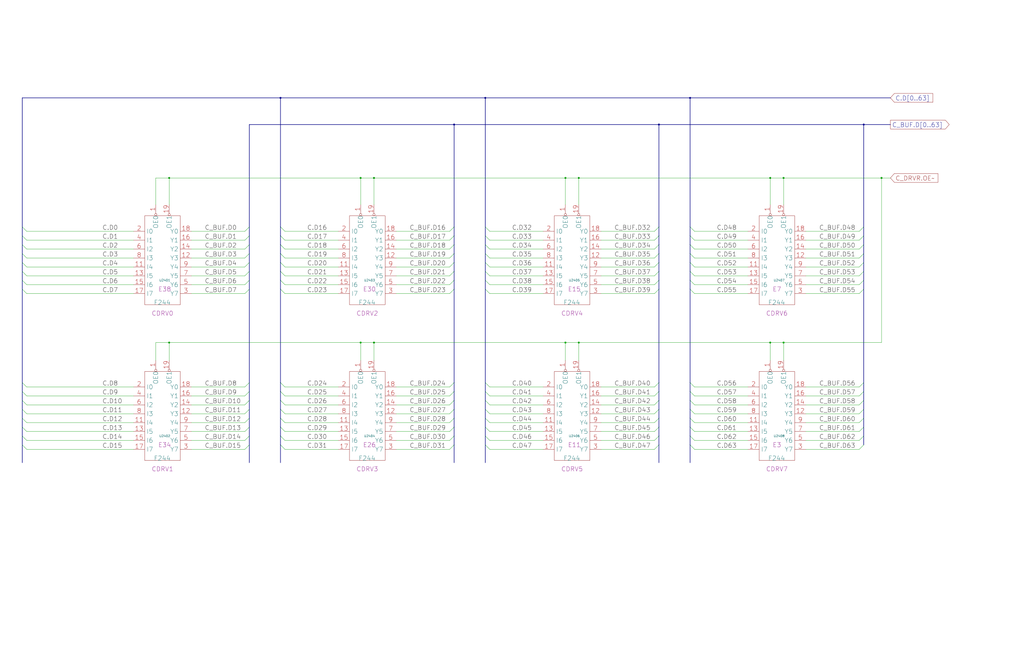
<source format=kicad_sch>
(kicad_sch (version 20250114) (generator "eeschema") (generator_version "9.0")
  (paper "User" 584.2 378.46)
  (title_block (title "C BUS DRIVER") (date "22-MAR-90") (rev "1.0") (comment 1 "VALUE") (comment 2 "232-003063") (comment 3 "S400") (comment 4 "RELEASED"))
  (lib_symbols
    (symbol "r1000:F244" (pin_names (offset 1.016))
      (property "Reference" "U" (at 2.54 5.08 0))
      (property "Value" "F244" (at -3.81 -7.62 0))
      (property "Location" "___" (at -1.27 0 0))
      (property "Name" "______" (at 1.27 -15.24 0))
      (symbol "F244_1_1"
        (rectangle (start -8.89 41.91) (end 11.43 -8.89))
        (circle (center -2.54 42.545) (radius 0.635))
        (circle (center 5.08 42.545) (radius 0.635))
        (pin input line (at -15.24 33.02 0) (length 6.35) (name "I0") (number "2"))
        (pin input line (at -15.24 27.94 0) (length 6.35) (name "I1") (number "4"))
        (pin input line (at -15.24 22.86 0) (length 6.35) (name "I2") (number "6"))
        (pin input line (at -15.24 17.78 0) (length 6.35) (name "I3") (number "8"))
        (pin input line (at -15.24 12.7 0) (length 6.35) (name "I4") (number "11"))
        (pin input line (at -15.24 7.62 0) (length 6.35) (name "I5") (number "13"))
        (pin input line (at -15.24 2.54 0) (length 6.35) (name "I6") (number "15"))
        (pin input line (at -15.24 -2.54 0) (length 6.35) (name "I7") (number "17"))
        (pin input line (at -2.54 48.26 270) (length 5.08) (name "OE0") (number "1"))
        (pin input line (at 5.08 48.26 270) (length 5.08) (name "OE1") (number "19"))
        (pin tri_state line (at 17.78 33.02 180) (length 6.35) (name "Y0") (number "18"))
        (pin tri_state line (at 17.78 27.94 180) (length 6.35) (name "Y1") (number "16"))
        (pin tri_state line (at 17.78 22.86 180) (length 6.35) (name "Y2") (number "14"))
        (pin tri_state line (at 17.78 17.78 180) (length 6.35) (name "Y3") (number "12"))
        (pin tri_state line (at 17.78 12.7 180) (length 6.35) (name "Y4") (number "9"))
        (pin tri_state line (at 17.78 7.62 180) (length 6.35) (name "Y5") (number "7"))
        (pin tri_state line (at 17.78 2.54 180) (length 6.35) (name "Y6") (number "5"))
        (pin tri_state line (at 17.78 -2.54 180) (length 6.35) (name "Y7") (number "3"))
      )
    )
  )
  (junction (at 447.04 195.58))
  (junction (at 96.52 101.6))
  (junction (at 259.08 71.12))
  (junction (at 439.42 101.6))
  (junction (at 322.58 195.58))
  (junction (at 393.7 55.88))
  (junction (at 330.2 195.58))
  (junction (at 160.02 55.88))
  (junction (at 375.92 71.12))
  (junction (at 322.58 101.6))
  (junction (at 330.2 101.6))
  (junction (at 205.74 101.6))
  (junction (at 213.36 101.6))
  (junction (at 213.36 195.58))
  (junction (at 439.42 195.58))
  (junction (at 502.92 101.6))
  (junction (at 276.86 55.88))
  (junction (at 492.76 71.12))
  (junction (at 96.52 195.58))
  (junction (at 205.74 195.58))
  (junction (at 447.04 101.6))
  (bus_entry (at 393.7 139.7) (size 2.54 2.54))
  (bus_entry (at 393.7 228.6) (size 2.54 2.54))
  (bus_entry (at 142.24 243.84) (size -2.54 2.54))
  (bus_entry (at 492.76 149.86) (size -2.54 2.54))
  (bus_entry (at 160.02 129.54) (size 2.54 2.54))
  (bus_entry (at 12.7 238.76) (size 2.54 2.54))
  (bus_entry (at 259.08 129.54) (size -2.54 2.54))
  (bus_entry (at 276.86 223.52) (size 2.54 2.54))
  (bus_entry (at 259.08 134.62) (size -2.54 2.54))
  (bus_entry (at 375.92 154.94) (size -2.54 2.54))
  (bus_entry (at 12.7 254) (size 2.54 2.54))
  (bus_entry (at 142.24 154.94) (size -2.54 2.54))
  (bus_entry (at 12.7 233.68) (size 2.54 2.54))
  (bus_entry (at 160.02 154.94) (size 2.54 2.54))
  (bus_entry (at 276.86 144.78) (size 2.54 2.54))
  (bus_entry (at 276.86 243.84) (size 2.54 2.54))
  (bus_entry (at 375.92 144.78) (size -2.54 2.54))
  (bus_entry (at 375.92 238.76) (size -2.54 2.54))
  (bus_entry (at 393.7 248.92) (size 2.54 2.54))
  (bus_entry (at 259.08 243.84) (size -2.54 2.54))
  (bus_entry (at 492.76 233.68) (size -2.54 2.54))
  (bus_entry (at 276.86 129.54) (size 2.54 2.54))
  (bus_entry (at 492.76 134.62) (size -2.54 2.54))
  (bus_entry (at 160.02 218.44) (size 2.54 2.54))
  (bus_entry (at 142.24 139.7) (size -2.54 2.54))
  (bus_entry (at 259.08 254) (size -2.54 2.54))
  (bus_entry (at 259.08 238.76) (size -2.54 2.54))
  (bus_entry (at 259.08 228.6) (size -2.54 2.54))
  (bus_entry (at 492.76 160.02) (size -2.54 2.54))
  (bus_entry (at 12.7 228.6) (size 2.54 2.54))
  (bus_entry (at 276.86 228.6) (size 2.54 2.54))
  (bus_entry (at 393.7 223.52) (size 2.54 2.54))
  (bus_entry (at 259.08 154.94) (size -2.54 2.54))
  (bus_entry (at 12.7 223.52) (size 2.54 2.54))
  (bus_entry (at 259.08 149.86) (size -2.54 2.54))
  (bus_entry (at 160.02 165.1) (size 2.54 2.54))
  (bus_entry (at 142.24 233.68) (size -2.54 2.54))
  (bus_entry (at 142.24 134.62) (size -2.54 2.54))
  (bus_entry (at 259.08 165.1) (size -2.54 2.54))
  (bus_entry (at 393.7 144.78) (size 2.54 2.54))
  (bus_entry (at 160.02 248.92) (size 2.54 2.54))
  (bus_entry (at 276.86 134.62) (size 2.54 2.54))
  (bus_entry (at 375.92 218.44) (size -2.54 2.54))
  (bus_entry (at 142.24 144.78) (size -2.54 2.54))
  (bus_entry (at 12.7 218.44) (size 2.54 2.54))
  (bus_entry (at 393.7 129.54) (size 2.54 2.54))
  (bus_entry (at 259.08 160.02) (size -2.54 2.54))
  (bus_entry (at 492.76 248.92) (size -2.54 2.54))
  (bus_entry (at 393.7 149.86) (size 2.54 2.54))
  (bus_entry (at 393.7 134.62) (size 2.54 2.54))
  (bus_entry (at 142.24 248.92) (size -2.54 2.54))
  (bus_entry (at 276.86 149.86) (size 2.54 2.54))
  (bus_entry (at 12.7 248.92) (size 2.54 2.54))
  (bus_entry (at 393.7 165.1) (size 2.54 2.54))
  (bus_entry (at 492.76 139.7) (size -2.54 2.54))
  (bus_entry (at 393.7 160.02) (size 2.54 2.54))
  (bus_entry (at 276.86 238.76) (size 2.54 2.54))
  (bus_entry (at 492.76 144.78) (size -2.54 2.54))
  (bus_entry (at 12.7 160.02) (size 2.54 2.54))
  (bus_entry (at 259.08 248.92) (size -2.54 2.54))
  (bus_entry (at 160.02 160.02) (size 2.54 2.54))
  (bus_entry (at 259.08 233.68) (size -2.54 2.54))
  (bus_entry (at 160.02 139.7) (size 2.54 2.54))
  (bus_entry (at 12.7 165.1) (size 2.54 2.54))
  (bus_entry (at 160.02 144.78) (size 2.54 2.54))
  (bus_entry (at 393.7 218.44) (size 2.54 2.54))
  (bus_entry (at 259.08 139.7) (size -2.54 2.54))
  (bus_entry (at 492.76 218.44) (size -2.54 2.54))
  (bus_entry (at 276.86 254) (size 2.54 2.54))
  (bus_entry (at 142.24 160.02) (size -2.54 2.54))
  (bus_entry (at 12.7 134.62) (size 2.54 2.54))
  (bus_entry (at 393.7 238.76) (size 2.54 2.54))
  (bus_entry (at 375.92 149.86) (size -2.54 2.54))
  (bus_entry (at 160.02 238.76) (size 2.54 2.54))
  (bus_entry (at 142.24 149.86) (size -2.54 2.54))
  (bus_entry (at 160.02 223.52) (size 2.54 2.54))
  (bus_entry (at 160.02 254) (size 2.54 2.54))
  (bus_entry (at 12.7 154.94) (size 2.54 2.54))
  (bus_entry (at 375.92 254) (size -2.54 2.54))
  (bus_entry (at 375.92 243.84) (size -2.54 2.54))
  (bus_entry (at 492.76 254) (size -2.54 2.54))
  (bus_entry (at 375.92 228.6) (size -2.54 2.54))
  (bus_entry (at 492.76 243.84) (size -2.54 2.54))
  (bus_entry (at 12.7 243.84) (size 2.54 2.54))
  (bus_entry (at 375.92 160.02) (size -2.54 2.54))
  (bus_entry (at 492.76 165.1) (size -2.54 2.54))
  (bus_entry (at 375.92 165.1) (size -2.54 2.54))
  (bus_entry (at 276.86 248.92) (size 2.54 2.54))
  (bus_entry (at 393.7 154.94) (size 2.54 2.54))
  (bus_entry (at 393.7 233.68) (size 2.54 2.54))
  (bus_entry (at 375.92 233.68) (size -2.54 2.54))
  (bus_entry (at 375.92 134.62) (size -2.54 2.54))
  (bus_entry (at 142.24 129.54) (size -2.54 2.54))
  (bus_entry (at 142.24 228.6) (size -2.54 2.54))
  (bus_entry (at 393.7 254) (size 2.54 2.54))
  (bus_entry (at 492.76 154.94) (size -2.54 2.54))
  (bus_entry (at 12.7 139.7) (size 2.54 2.54))
  (bus_entry (at 259.08 223.52) (size -2.54 2.54))
  (bus_entry (at 492.76 223.52) (size -2.54 2.54))
  (bus_entry (at 375.92 129.54) (size -2.54 2.54))
  (bus_entry (at 276.86 165.1) (size 2.54 2.54))
  (bus_entry (at 375.92 139.7) (size -2.54 2.54))
  (bus_entry (at 375.92 248.92) (size -2.54 2.54))
  (bus_entry (at 142.24 254) (size -2.54 2.54))
  (bus_entry (at 142.24 223.52) (size -2.54 2.54))
  (bus_entry (at 12.7 144.78) (size 2.54 2.54))
  (bus_entry (at 276.86 139.7) (size 2.54 2.54))
  (bus_entry (at 276.86 218.44) (size 2.54 2.54))
  (bus_entry (at 12.7 129.54) (size 2.54 2.54))
  (bus_entry (at 276.86 160.02) (size 2.54 2.54))
  (bus_entry (at 142.24 218.44) (size -2.54 2.54))
  (bus_entry (at 160.02 243.84) (size 2.54 2.54))
  (bus_entry (at 492.76 129.54) (size -2.54 2.54))
  (bus_entry (at 142.24 165.1) (size -2.54 2.54))
  (bus_entry (at 12.7 149.86) (size 2.54 2.54))
  (bus_entry (at 393.7 243.84) (size 2.54 2.54))
  (bus_entry (at 259.08 144.78) (size -2.54 2.54))
  (bus_entry (at 160.02 149.86) (size 2.54 2.54))
  (bus_entry (at 160.02 134.62) (size 2.54 2.54))
  (bus_entry (at 276.86 154.94) (size 2.54 2.54))
  (bus_entry (at 276.86 233.68) (size 2.54 2.54))
  (bus_entry (at 160.02 233.68) (size 2.54 2.54))
  (bus_entry (at 492.76 228.6) (size -2.54 2.54))
  (bus_entry (at 259.08 218.44) (size -2.54 2.54))
  (bus_entry (at 142.24 238.76) (size -2.54 2.54))
  (bus_entry (at 375.92 223.52) (size -2.54 2.54))
  (bus_entry (at 492.76 238.76) (size -2.54 2.54))
  (bus_entry (at 160.02 228.6) (size 2.54 2.54))
  (bus (pts (xy 12.7 243.84) (xy 12.7 248.92)))
  (bus (pts (xy 276.86 238.76) (xy 276.86 243.84)))
  (bus (pts (xy 259.08 154.94) (xy 259.08 160.02)))
  (wire (pts (xy 226.06 167.64) (xy 256.54 167.64)))
  (wire (pts (xy 396.24 246.38) (xy 426.72 246.38)))
  (wire (pts (xy 330.2 101.6) (xy 330.2 116.84)))
  (wire (pts (xy 439.42 195.58) (xy 330.2 195.58)))
  (bus (pts (xy 375.92 154.94) (xy 375.92 160.02)))
  (wire (pts (xy 279.4 147.32) (xy 309.88 147.32)))
  (wire (pts (xy 342.9 152.4) (xy 373.38 152.4)))
  (wire (pts (xy 226.06 142.24) (xy 256.54 142.24)))
  (bus (pts (xy 259.08 238.76) (xy 259.08 243.84)))
  (bus (pts (xy 393.7 218.44) (xy 393.7 223.52)))
  (bus (pts (xy 375.92 233.68) (xy 375.92 238.76)))
  (bus (pts (xy 492.76 243.84) (xy 492.76 248.92)))
  (bus (pts (xy 276.86 144.78) (xy 276.86 149.86)))
  (wire (pts (xy 162.56 251.46) (xy 193.04 251.46)))
  (bus (pts (xy 393.7 144.78) (xy 393.7 149.86)))
  (wire (pts (xy 459.74 162.56) (xy 490.22 162.56)))
  (bus (pts (xy 259.08 129.54) (xy 259.08 134.62)))
  (wire (pts (xy 109.22 132.08) (xy 139.7 132.08)))
  (wire (pts (xy 15.24 220.98) (xy 76.2 220.98)))
  (bus (pts (xy 160.02 165.1) (xy 160.02 218.44)))
  (bus (pts (xy 375.92 254) (xy 375.92 264.16)))
  (wire (pts (xy 279.4 246.38) (xy 309.88 246.38)))
  (wire (pts (xy 15.24 251.46) (xy 76.2 251.46)))
  (bus (pts (xy 492.76 223.52) (xy 492.76 228.6)))
  (bus (pts (xy 12.7 144.78) (xy 12.7 149.86)))
  (wire (pts (xy 109.22 152.4) (xy 139.7 152.4)))
  (bus (pts (xy 259.08 228.6) (xy 259.08 233.68)))
  (bus (pts (xy 142.24 139.7) (xy 142.24 144.78)))
  (bus (pts (xy 492.76 238.76) (xy 492.76 243.84)))
  (bus (pts (xy 259.08 149.86) (xy 259.08 154.94)))
  (wire (pts (xy 342.9 236.22) (xy 373.38 236.22)))
  (bus (pts (xy 160.02 243.84) (xy 160.02 248.92)))
  (wire (pts (xy 396.24 132.08) (xy 426.72 132.08)))
  (wire (pts (xy 459.74 167.64) (xy 490.22 167.64)))
  (wire (pts (xy 396.24 157.48) (xy 426.72 157.48)))
  (bus (pts (xy 259.08 254) (xy 259.08 264.16)))
  (wire (pts (xy 342.9 167.64) (xy 373.38 167.64)))
  (wire (pts (xy 88.9 195.58) (xy 88.9 205.74)))
  (bus (pts (xy 492.76 165.1) (xy 492.76 218.44)))
  (wire (pts (xy 396.24 137.16) (xy 426.72 137.16)))
  (bus (pts (xy 12.7 55.88) (xy 160.02 55.88)))
  (wire (pts (xy 447.04 195.58) (xy 439.42 195.58)))
  (bus (pts (xy 276.86 134.62) (xy 276.86 139.7)))
  (bus (pts (xy 375.92 243.84) (xy 375.92 248.92)))
  (wire (pts (xy 226.06 246.38) (xy 256.54 246.38)))
  (bus (pts (xy 142.24 243.84) (xy 142.24 248.92)))
  (wire (pts (xy 396.24 256.54) (xy 426.72 256.54)))
  (bus (pts (xy 375.92 144.78) (xy 375.92 149.86)))
  (wire (pts (xy 459.74 236.22) (xy 490.22 236.22)))
  (bus (pts (xy 160.02 139.7) (xy 160.02 144.78)))
  (bus (pts (xy 259.08 218.44) (xy 259.08 223.52)))
  (bus (pts (xy 276.86 55.88) (xy 276.86 129.54)))
  (bus (pts (xy 375.92 134.62) (xy 375.92 139.7)))
  (wire (pts (xy 330.2 195.58) (xy 330.2 205.74)))
  (wire (pts (xy 15.24 236.22) (xy 76.2 236.22)))
  (bus (pts (xy 160.02 223.52) (xy 160.02 228.6)))
  (bus (pts (xy 160.02 254) (xy 160.02 264.16)))
  (wire (pts (xy 226.06 231.14) (xy 256.54 231.14)))
  (bus (pts (xy 12.7 134.62) (xy 12.7 139.7)))
  (bus (pts (xy 276.86 254) (xy 276.86 264.16)))
  (wire (pts (xy 396.24 220.98) (xy 426.72 220.98)))
  (bus (pts (xy 259.08 160.02) (xy 259.08 165.1)))
  (bus (pts (xy 393.7 243.84) (xy 393.7 248.92)))
  (bus (pts (xy 12.7 165.1) (xy 12.7 218.44)))
  (bus (pts (xy 492.76 134.62) (xy 492.76 139.7)))
  (wire (pts (xy 279.4 226.06) (xy 309.88 226.06)))
  (bus (pts (xy 375.92 218.44) (xy 375.92 223.52)))
  (wire (pts (xy 439.42 195.58) (xy 439.42 205.74)))
  (bus (pts (xy 492.76 228.6) (xy 492.76 233.68)))
  (wire (pts (xy 15.24 137.16) (xy 76.2 137.16)))
  (wire (pts (xy 96.52 101.6) (xy 96.52 116.84)))
  (bus (pts (xy 259.08 134.62) (xy 259.08 139.7)))
  (bus (pts (xy 393.7 149.86) (xy 393.7 154.94)))
  (bus (pts (xy 393.7 254) (xy 393.7 264.16)))
  (wire (pts (xy 109.22 246.38) (xy 139.7 246.38)))
  (bus (pts (xy 142.24 134.62) (xy 142.24 139.7)))
  (bus (pts (xy 375.92 228.6) (xy 375.92 233.68)))
  (bus (pts (xy 160.02 160.02) (xy 160.02 165.1)))
  (bus (pts (xy 160.02 154.94) (xy 160.02 160.02)))
  (wire (pts (xy 109.22 147.32) (xy 139.7 147.32)))
  (bus (pts (xy 160.02 55.88) (xy 276.86 55.88)))
  (bus (pts (xy 259.08 248.92) (xy 259.08 254)))
  (wire (pts (xy 226.06 256.54) (xy 256.54 256.54)))
  (wire (pts (xy 226.06 220.98) (xy 256.54 220.98)))
  (bus (pts (xy 276.86 248.92) (xy 276.86 254)))
  (bus (pts (xy 160.02 218.44) (xy 160.02 223.52)))
  (bus (pts (xy 12.7 149.86) (xy 12.7 154.94)))
  (wire (pts (xy 459.74 220.98) (xy 490.22 220.98)))
  (wire (pts (xy 459.74 246.38) (xy 490.22 246.38)))
  (wire (pts (xy 109.22 236.22) (xy 139.7 236.22)))
  (wire (pts (xy 15.24 152.4) (xy 76.2 152.4)))
  (bus (pts (xy 12.7 139.7) (xy 12.7 144.78)))
  (wire (pts (xy 502.92 195.58) (xy 447.04 195.58)))
  (wire (pts (xy 459.74 142.24) (xy 490.22 142.24)))
  (wire (pts (xy 88.9 101.6) (xy 88.9 116.84)))
  (bus (pts (xy 142.24 154.94) (xy 142.24 160.02)))
  (wire (pts (xy 109.22 137.16) (xy 139.7 137.16)))
  (wire (pts (xy 279.4 157.48) (xy 309.88 157.48)))
  (wire (pts (xy 109.22 226.06) (xy 139.7 226.06)))
  (wire (pts (xy 213.36 195.58) (xy 213.36 205.74)))
  (wire (pts (xy 396.24 236.22) (xy 426.72 236.22)))
  (wire (pts (xy 342.9 231.14) (xy 373.38 231.14)))
  (bus (pts (xy 142.24 71.12) (xy 142.24 129.54)))
  (wire (pts (xy 226.06 162.56) (xy 256.54 162.56)))
  (wire (pts (xy 279.4 256.54) (xy 309.88 256.54)))
  (wire (pts (xy 279.4 167.64) (xy 309.88 167.64)))
  (bus (pts (xy 375.92 165.1) (xy 375.92 218.44)))
  (wire (pts (xy 15.24 157.48) (xy 76.2 157.48)))
  (wire (pts (xy 322.58 101.6) (xy 322.58 116.84)))
  (bus (pts (xy 259.08 144.78) (xy 259.08 149.86)))
  (bus (pts (xy 276.86 228.6) (xy 276.86 233.68)))
  (wire (pts (xy 447.04 195.58) (xy 447.04 205.74)))
  (bus (pts (xy 393.7 228.6) (xy 393.7 233.68)))
  (bus (pts (xy 276.86 160.02) (xy 276.86 165.1)))
  (wire (pts (xy 342.9 246.38) (xy 373.38 246.38)))
  (bus (pts (xy 12.7 154.94) (xy 12.7 160.02)))
  (bus (pts (xy 492.76 149.86) (xy 492.76 154.94)))
  (wire (pts (xy 279.4 231.14) (xy 309.88 231.14)))
  (bus (pts (xy 160.02 248.92) (xy 160.02 254)))
  (bus (pts (xy 160.02 228.6) (xy 160.02 233.68)))
  (wire (pts (xy 88.9 101.6) (xy 96.52 101.6)))
  (wire (pts (xy 15.24 241.3) (xy 76.2 241.3)))
  (wire (pts (xy 342.9 157.48) (xy 373.38 157.48)))
  (bus (pts (xy 393.7 165.1) (xy 393.7 218.44)))
  (bus (pts (xy 259.08 71.12) (xy 259.08 129.54)))
  (bus (pts (xy 142.24 129.54) (xy 142.24 134.62)))
  (wire (pts (xy 439.42 101.6) (xy 439.42 116.84)))
  (wire (pts (xy 459.74 152.4) (xy 490.22 152.4)))
  (wire (pts (xy 279.4 251.46) (xy 309.88 251.46)))
  (bus (pts (xy 160.02 149.86) (xy 160.02 154.94)))
  (wire (pts (xy 322.58 195.58) (xy 322.58 205.74)))
  (wire (pts (xy 447.04 101.6) (xy 447.04 116.84)))
  (wire (pts (xy 330.2 101.6) (xy 439.42 101.6)))
  (bus (pts (xy 375.92 71.12) (xy 492.76 71.12)))
  (wire (pts (xy 396.24 167.64) (xy 426.72 167.64)))
  (bus (pts (xy 375.92 223.52) (xy 375.92 228.6)))
  (bus (pts (xy 393.7 233.68) (xy 393.7 238.76)))
  (bus (pts (xy 393.7 154.94) (xy 393.7 160.02)))
  (wire (pts (xy 459.74 226.06) (xy 490.22 226.06)))
  (bus (pts (xy 160.02 238.76) (xy 160.02 243.84)))
  (bus (pts (xy 375.92 129.54) (xy 375.92 134.62)))
  (wire (pts (xy 162.56 142.24) (xy 193.04 142.24)))
  (wire (pts (xy 226.06 241.3) (xy 256.54 241.3)))
  (bus (pts (xy 259.08 139.7) (xy 259.08 144.78)))
  (bus (pts (xy 492.76 71.12) (xy 492.76 129.54)))
  (wire (pts (xy 15.24 147.32) (xy 76.2 147.32)))
  (bus (pts (xy 276.86 139.7) (xy 276.86 144.78)))
  (wire (pts (xy 15.24 226.06) (xy 76.2 226.06)))
  (wire (pts (xy 459.74 241.3) (xy 490.22 241.3)))
  (wire (pts (xy 162.56 256.54) (xy 193.04 256.54)))
  (wire (pts (xy 15.24 231.14) (xy 76.2 231.14)))
  (wire (pts (xy 96.52 195.58) (xy 88.9 195.58)))
  (bus (pts (xy 142.24 160.02) (xy 142.24 165.1)))
  (bus (pts (xy 142.24 71.12) (xy 259.08 71.12)))
  (wire (pts (xy 342.9 162.56) (xy 373.38 162.56)))
  (bus (pts (xy 142.24 233.68) (xy 142.24 238.76)))
  (bus (pts (xy 142.24 149.86) (xy 142.24 154.94)))
  (wire (pts (xy 162.56 167.64) (xy 193.04 167.64)))
  (wire (pts (xy 226.06 251.46) (xy 256.54 251.46)))
  (bus (pts (xy 276.86 218.44) (xy 276.86 223.52)))
  (bus (pts (xy 276.86 165.1) (xy 276.86 218.44)))
  (wire (pts (xy 205.74 195.58) (xy 205.74 205.74)))
  (bus (pts (xy 492.76 218.44) (xy 492.76 223.52)))
  (bus (pts (xy 492.76 139.7) (xy 492.76 144.78)))
  (wire (pts (xy 109.22 241.3) (xy 139.7 241.3)))
  (wire (pts (xy 213.36 101.6) (xy 213.36 116.84)))
  (bus (pts (xy 393.7 223.52) (xy 393.7 228.6)))
  (bus (pts (xy 12.7 238.76) (xy 12.7 243.84)))
  (bus (pts (xy 12.7 223.52) (xy 12.7 228.6)))
  (wire (pts (xy 162.56 147.32) (xy 193.04 147.32)))
  (bus (pts (xy 142.24 223.52) (xy 142.24 228.6)))
  (wire (pts (xy 15.24 167.64) (xy 76.2 167.64)))
  (bus (pts (xy 160.02 129.54) (xy 160.02 134.62)))
  (bus (pts (xy 393.7 55.88) (xy 508 55.88)))
  (wire (pts (xy 15.24 246.38) (xy 76.2 246.38)))
  (bus (pts (xy 276.86 243.84) (xy 276.86 248.92)))
  (bus (pts (xy 160.02 134.62) (xy 160.02 139.7)))
  (wire (pts (xy 342.9 241.3) (xy 373.38 241.3)))
  (wire (pts (xy 162.56 137.16) (xy 193.04 137.16)))
  (wire (pts (xy 459.74 147.32) (xy 490.22 147.32)))
  (bus (pts (xy 259.08 165.1) (xy 259.08 218.44)))
  (wire (pts (xy 162.56 132.08) (xy 193.04 132.08)))
  (wire (pts (xy 342.9 220.98) (xy 373.38 220.98)))
  (wire (pts (xy 322.58 101.6) (xy 330.2 101.6)))
  (bus (pts (xy 142.24 144.78) (xy 142.24 149.86)))
  (wire (pts (xy 213.36 195.58) (xy 205.74 195.58)))
  (bus (pts (xy 492.76 233.68) (xy 492.76 238.76)))
  (wire (pts (xy 279.4 152.4) (xy 309.88 152.4)))
  (wire (pts (xy 396.24 231.14) (xy 426.72 231.14)))
  (bus (pts (xy 142.24 218.44) (xy 142.24 223.52)))
  (bus (pts (xy 276.86 223.52) (xy 276.86 228.6)))
  (bus (pts (xy 393.7 55.88) (xy 393.7 129.54)))
  (wire (pts (xy 279.4 132.08) (xy 309.88 132.08)))
  (wire (pts (xy 447.04 101.6) (xy 502.92 101.6)))
  (wire (pts (xy 226.06 137.16) (xy 256.54 137.16)))
  (bus (pts (xy 492.76 144.78) (xy 492.76 149.86)))
  (wire (pts (xy 459.74 251.46) (xy 490.22 251.46)))
  (wire (pts (xy 279.4 142.24) (xy 309.88 142.24)))
  (bus (pts (xy 12.7 55.88) (xy 12.7 129.54)))
  (wire (pts (xy 342.9 256.54) (xy 373.38 256.54)))
  (wire (pts (xy 15.24 142.24) (xy 76.2 142.24)))
  (bus (pts (xy 375.92 71.12) (xy 375.92 129.54)))
  (wire (pts (xy 396.24 162.56) (xy 426.72 162.56)))
  (wire (pts (xy 109.22 256.54) (xy 139.7 256.54)))
  (wire (pts (xy 109.22 251.46) (xy 139.7 251.46)))
  (wire (pts (xy 330.2 195.58) (xy 322.58 195.58)))
  (wire (pts (xy 279.4 162.56) (xy 309.88 162.56)))
  (wire (pts (xy 109.22 231.14) (xy 139.7 231.14)))
  (wire (pts (xy 322.58 195.58) (xy 213.36 195.58)))
  (wire (pts (xy 162.56 157.48) (xy 193.04 157.48)))
  (bus (pts (xy 142.24 254) (xy 142.24 264.16)))
  (wire (pts (xy 226.06 226.06) (xy 256.54 226.06)))
  (wire (pts (xy 342.9 132.08) (xy 373.38 132.08)))
  (wire (pts (xy 226.06 157.48) (xy 256.54 157.48)))
  (bus (pts (xy 12.7 254) (xy 12.7 264.16)))
  (bus (pts (xy 492.76 129.54) (xy 492.76 134.62)))
  (bus (pts (xy 142.24 165.1) (xy 142.24 218.44)))
  (wire (pts (xy 162.56 220.98) (xy 193.04 220.98)))
  (bus (pts (xy 276.86 154.94) (xy 276.86 160.02)))
  (bus (pts (xy 12.7 233.68) (xy 12.7 238.76)))
  (bus (pts (xy 393.7 238.76) (xy 393.7 243.84)))
  (bus (pts (xy 12.7 218.44) (xy 12.7 223.52)))
  (bus (pts (xy 393.7 248.92) (xy 393.7 254)))
  (wire (pts (xy 162.56 226.06) (xy 193.04 226.06)))
  (wire (pts (xy 459.74 132.08) (xy 490.22 132.08)))
  (wire (pts (xy 279.4 220.98) (xy 309.88 220.98)))
  (bus (pts (xy 276.86 55.88) (xy 393.7 55.88)))
  (wire (pts (xy 396.24 147.32) (xy 426.72 147.32)))
  (bus (pts (xy 12.7 228.6) (xy 12.7 233.68)))
  (bus (pts (xy 276.86 233.68) (xy 276.86 238.76)))
  (bus (pts (xy 160.02 55.88) (xy 160.02 129.54)))
  (wire (pts (xy 109.22 157.48) (xy 139.7 157.48)))
  (bus (pts (xy 12.7 160.02) (xy 12.7 165.1)))
  (wire (pts (xy 96.52 195.58) (xy 96.52 205.74)))
  (bus (pts (xy 259.08 71.12) (xy 375.92 71.12)))
  (bus (pts (xy 393.7 129.54) (xy 393.7 134.62)))
  (wire (pts (xy 396.24 226.06) (xy 426.72 226.06)))
  (bus (pts (xy 276.86 149.86) (xy 276.86 154.94)))
  (wire (pts (xy 279.4 236.22) (xy 309.88 236.22)))
  (bus (pts (xy 142.24 238.76) (xy 142.24 243.84)))
  (wire (pts (xy 459.74 157.48) (xy 490.22 157.48)))
  (bus (pts (xy 276.86 129.54) (xy 276.86 134.62)))
  (wire (pts (xy 226.06 132.08) (xy 256.54 132.08)))
  (wire (pts (xy 226.06 152.4) (xy 256.54 152.4)))
  (bus (pts (xy 375.92 248.92) (xy 375.92 254)))
  (wire (pts (xy 109.22 167.64) (xy 139.7 167.64)))
  (bus (pts (xy 492.76 71.12) (xy 508 71.12)))
  (bus (pts (xy 393.7 134.62) (xy 393.7 139.7)))
  (bus (pts (xy 160.02 144.78) (xy 160.02 149.86)))
  (wire (pts (xy 342.9 226.06) (xy 373.38 226.06)))
  (wire (pts (xy 342.9 137.16) (xy 373.38 137.16)))
  (wire (pts (xy 342.9 142.24) (xy 373.38 142.24)))
  (wire (pts (xy 15.24 162.56) (xy 76.2 162.56)))
  (bus (pts (xy 142.24 248.92) (xy 142.24 254)))
  (bus (pts (xy 259.08 233.68) (xy 259.08 238.76)))
  (wire (pts (xy 279.4 241.3) (xy 309.88 241.3)))
  (wire (pts (xy 162.56 241.3) (xy 193.04 241.3)))
  (bus (pts (xy 142.24 228.6) (xy 142.24 233.68)))
  (bus (pts (xy 12.7 129.54) (xy 12.7 134.62)))
  (wire (pts (xy 396.24 152.4) (xy 426.72 152.4)))
  (wire (pts (xy 459.74 137.16) (xy 490.22 137.16)))
  (wire (pts (xy 109.22 220.98) (xy 139.7 220.98)))
  (bus (pts (xy 393.7 139.7) (xy 393.7 144.78)))
  (wire (pts (xy 279.4 137.16) (xy 309.88 137.16)))
  (bus (pts (xy 492.76 160.02) (xy 492.76 165.1)))
  (wire (pts (xy 15.24 132.08) (xy 76.2 132.08)))
  (wire (pts (xy 205.74 101.6) (xy 205.74 116.84)))
  (bus (pts (xy 12.7 248.92) (xy 12.7 254)))
  (wire (pts (xy 162.56 152.4) (xy 193.04 152.4)))
  (wire (pts (xy 502.92 101.6) (xy 508 101.6)))
  (wire (pts (xy 109.22 162.56) (xy 139.7 162.56)))
  (wire (pts (xy 342.9 251.46) (xy 373.38 251.46)))
  (bus (pts (xy 375.92 139.7) (xy 375.92 144.78)))
  (wire (pts (xy 396.24 241.3) (xy 426.72 241.3)))
  (bus (pts (xy 375.92 149.86) (xy 375.92 154.94)))
  (bus (pts (xy 160.02 233.68) (xy 160.02 238.76)))
  (wire (pts (xy 226.06 147.32) (xy 256.54 147.32)))
  (wire (pts (xy 342.9 147.32) (xy 373.38 147.32)))
  (wire (pts (xy 226.06 236.22) (xy 256.54 236.22)))
  (wire (pts (xy 162.56 246.38) (xy 193.04 246.38)))
  (wire (pts (xy 213.36 101.6) (xy 322.58 101.6)))
  (wire (pts (xy 162.56 236.22) (xy 193.04 236.22)))
  (wire (pts (xy 439.42 101.6) (xy 447.04 101.6)))
  (wire (pts (xy 396.24 251.46) (xy 426.72 251.46)))
  (bus (pts (xy 259.08 223.52) (xy 259.08 228.6)))
  (wire (pts (xy 205.74 101.6) (xy 213.36 101.6)))
  (bus (pts (xy 393.7 160.02) (xy 393.7 165.1)))
  (wire (pts (xy 15.24 256.54) (xy 76.2 256.54)))
  (bus (pts (xy 492.76 154.94) (xy 492.76 160.02)))
  (wire (pts (xy 396.24 142.24) (xy 426.72 142.24)))
  (bus (pts (xy 492.76 248.92) (xy 492.76 254)))
  (bus (pts (xy 259.08 243.84) (xy 259.08 248.92)))
  (wire (pts (xy 502.92 101.6) (xy 502.92 195.58)))
  (wire (pts (xy 459.74 231.14) (xy 490.22 231.14)))
  (wire (pts (xy 459.74 256.54) (xy 490.22 256.54)))
  (wire (pts (xy 162.56 231.14) (xy 193.04 231.14)))
  (wire (pts (xy 96.52 101.6) (xy 205.74 101.6)))
  (wire (pts (xy 205.74 195.58) (xy 96.52 195.58)))
  (bus (pts (xy 375.92 238.76) (xy 375.92 243.84)))
  (wire (pts (xy 162.56 162.56) (xy 193.04 162.56)))
  (bus (pts (xy 375.92 160.02) (xy 375.92 165.1)))
  (wire (pts (xy 109.22 142.24) (xy 139.7 142.24)))
  (label "C.D36" (at 292.1 152.4 0) (effects (font (size 2.54 2.54))))
  (label "C.D0" (at 58.42 132.08 0) (effects (font (size 2.54 2.54))))
  (label "C.D18" (at 175.26 142.24 0) (effects (font (size 2.54 2.54))))
  (label "C_BUF.D47" (at 350.52 256.54 0) (effects (font (size 2.54 2.54))))
  (label "C_BUF.D2" (at 116.84 142.24 0) (effects (font (size 2.54 2.54))))
  (label "C.D12" (at 58.42 241.3 0) (effects (font (size 2.54 2.54))))
  (label "C.D24" (at 175.26 220.98 0) (effects (font (size 2.54 2.54))))
  (label "C.D53" (at 408.94 157.48 0) (effects (font (size 2.54 2.54))))
  (label "C.D28" (at 175.26 241.3 0) (effects (font (size 2.54 2.54))))
  (label "C_BUF.D0" (at 116.84 132.08 0) (effects (font (size 2.54 2.54))))
  (label "C_BUF.D34" (at 350.52 142.24 0) (effects (font (size 2.54 2.54))))
  (label "C_BUF.D57" (at 467.36 226.06 0) (effects (font (size 2.54 2.54))))
  (label "C.D20" (at 175.26 152.4 0) (effects (font (size 2.54 2.54))))
  (label "C_BUF.D48" (at 467.36 132.08 0) (effects (font (size 2.54 2.54))))
  (label "C_BUF.D49" (at 467.36 137.16 0) (effects (font (size 2.54 2.54))))
  (label "C.D22" (at 175.26 162.56 0) (effects (font (size 2.54 2.54))))
  (label "C_BUF.D28" (at 233.68 241.3 0) (effects (font (size 2.54 2.54))))
  (label "C.D7" (at 58.42 167.64 0) (effects (font (size 2.54 2.54))))
  (label "C.D29" (at 175.26 246.38 0) (effects (font (size 2.54 2.54))))
  (label "C_BUF.D56" (at 467.36 220.98 0) (effects (font (size 2.54 2.54))))
  (label "C.D33" (at 292.1 137.16 0) (effects (font (size 2.54 2.54))))
  (label "C_BUF.D61" (at 467.36 246.38 0) (effects (font (size 2.54 2.54))))
  (label "C.D30" (at 175.26 251.46 0) (effects (font (size 2.54 2.54))))
  (label "C_BUF.D26" (at 233.68 231.14 0) (effects (font (size 2.54 2.54))))
  (label "C.D52" (at 408.94 152.4 0) (effects (font (size 2.54 2.54))))
  (label "C_BUF.D33" (at 350.52 137.16 0) (effects (font (size 2.54 2.54))))
  (label "C_BUF.D14" (at 116.84 251.46 0) (effects (font (size 2.54 2.54))))
  (label "C.D31" (at 175.26 256.54 0) (effects (font (size 2.54 2.54))))
  (label "C_BUF.D62" (at 467.36 251.46 0) (effects (font (size 2.54 2.54))))
  (label "C_BUF.D9" (at 116.84 226.06 0) (effects (font (size 2.54 2.54))))
  (label "C.D13" (at 58.42 246.38 0) (effects (font (size 2.54 2.54))))
  (label "C.D8" (at 58.42 220.98 0) (effects (font (size 2.54 2.54))))
  (label "C.D11" (at 58.42 236.22 0) (effects (font (size 2.54 2.54))))
  (label "C_BUF.D3" (at 116.84 147.32 0) (effects (font (size 2.54 2.54))))
  (label "C.D46" (at 292.1 251.46 0) (effects (font (size 2.54 2.54))))
  (label "C.D10" (at 58.42 231.14 0) (effects (font (size 2.54 2.54))))
  (label "C_BUF.D38" (at 350.52 162.56 0) (effects (font (size 2.54 2.54))))
  (label "C.D62" (at 408.94 251.46 0) (effects (font (size 2.54 2.54))))
  (label "C.D48" (at 408.94 132.08 0) (effects (font (size 2.54 2.54))))
  (label "C.D35" (at 292.1 147.32 0) (effects (font (size 2.54 2.54))))
  (label "C_BUF.D60" (at 467.36 241.3 0) (effects (font (size 2.54 2.54))))
  (label "C_BUF.D53" (at 467.36 157.48 0) (effects (font (size 2.54 2.54))))
  (label "C.D54" (at 408.94 162.56 0) (effects (font (size 2.54 2.54))))
  (label "C_BUF.D52" (at 467.36 152.4 0) (effects (font (size 2.54 2.54))))
  (label "C.D5" (at 58.42 157.48 0) (effects (font (size 2.54 2.54))))
  (label "C_BUF.D8" (at 116.84 220.98 0) (effects (font (size 2.54 2.54))))
  (label "C.D9" (at 58.42 226.06 0) (effects (font (size 2.54 2.54))))
  (label "C.D1" (at 58.42 137.16 0) (effects (font (size 2.54 2.54))))
  (label "C_BUF.D29" (at 233.68 246.38 0) (effects (font (size 2.54 2.54))))
  (label "C_BUF.D11" (at 116.84 236.22 0) (effects (font (size 2.54 2.54))))
  (label "C_BUF.D10" (at 116.84 231.14 0) (effects (font (size 2.54 2.54))))
  (label "C.D21" (at 175.26 157.48 0) (effects (font (size 2.54 2.54))))
  (label "C_BUF.D30" (at 233.68 251.46 0) (effects (font (size 2.54 2.54))))
  (label "C_BUF.D44" (at 350.52 241.3 0) (effects (font (size 2.54 2.54))))
  (label "C_BUF.D32" (at 350.52 132.08 0) (effects (font (size 2.54 2.54))))
  (label "C_BUF.D41" (at 350.52 226.06 0) (effects (font (size 2.54 2.54))))
  (label "C.D16" (at 175.26 132.08 0) (effects (font (size 2.54 2.54))))
  (label "C.D3" (at 58.42 147.32 0) (effects (font (size 2.54 2.54))))
  (label "C_BUF.D25" (at 233.68 226.06 0) (effects (font (size 2.54 2.54))))
  (label "C.D38" (at 292.1 162.56 0) (effects (font (size 2.54 2.54))))
  (label "C_BUF.D42" (at 350.52 231.14 0) (effects (font (size 2.54 2.54))))
  (label "C_BUF.D43" (at 350.52 236.22 0) (effects (font (size 2.54 2.54))))
  (label "C.D56" (at 408.94 220.98 0) (effects (font (size 2.54 2.54))))
  (label "C_BUF.D35" (at 350.52 147.32 0) (effects (font (size 2.54 2.54))))
  (label "C_BUF.D39" (at 350.52 167.64 0) (effects (font (size 2.54 2.54))))
  (label "C.D25" (at 175.26 226.06 0) (effects (font (size 2.54 2.54))))
  (label "C.D49" (at 408.94 137.16 0) (effects (font (size 2.54 2.54))))
  (label "C_BUF.D5" (at 116.84 157.48 0) (effects (font (size 2.54 2.54))))
  (label "C_BUF.D15" (at 116.84 256.54 0) (effects (font (size 2.54 2.54))))
  (label "C_BUF.D63" (at 467.36 256.54 0) (effects (font (size 2.54 2.54))))
  (label "C_BUF.D51" (at 467.36 147.32 0) (effects (font (size 2.54 2.54))))
  (label "C_BUF.D20" (at 233.68 152.4 0) (effects (font (size 2.54 2.54))))
  (label "C.D39" (at 292.1 167.64 0) (effects (font (size 2.54 2.54))))
  (label "C.D63" (at 408.94 256.54 0) (effects (font (size 2.54 2.54))))
  (label "C_BUF.D18" (at 233.68 142.24 0) (effects (font (size 2.54 2.54))))
  (label "C_BUF.D12" (at 116.84 241.3 0) (effects (font (size 2.54 2.54))))
  (label "C_BUF.D24" (at 233.68 220.98 0) (effects (font (size 2.54 2.54))))
  (label "C_BUF.D54" (at 467.36 162.56 0) (effects (font (size 2.54 2.54))))
  (label "C_BUF.D27" (at 233.68 236.22 0) (effects (font (size 2.54 2.54))))
  (label "C_BUF.D55" (at 467.36 167.64 0) (effects (font (size 2.54 2.54))))
  (label "C.D42" (at 292.1 231.14 0) (effects (font (size 2.54 2.54))))
  (label "C.D23" (at 175.26 167.64 0) (effects (font (size 2.54 2.54))))
  (label "C.D59" (at 408.94 236.22 0) (effects (font (size 2.54 2.54))))
  (label "C.D61" (at 408.94 246.38 0) (effects (font (size 2.54 2.54))))
  (label "C_BUF.D21" (at 233.68 157.48 0) (effects (font (size 2.54 2.54))))
  (label "C.D44" (at 292.1 241.3 0) (effects (font (size 2.54 2.54))))
  (label "C.D19" (at 175.26 147.32 0) (effects (font (size 2.54 2.54))))
  (label "C.D51" (at 408.94 147.32 0) (effects (font (size 2.54 2.54))))
  (label "C_BUF.D45" (at 350.52 246.38 0) (effects (font (size 2.54 2.54))))
  (label "C.D2" (at 58.42 142.24 0) (effects (font (size 2.54 2.54))))
  (label "C.D40" (at 292.1 220.98 0) (effects (font (size 2.54 2.54))))
  (label "C_BUF.D22" (at 233.68 162.56 0) (effects (font (size 2.54 2.54))))
  (label "C_BUF.D37" (at 350.52 157.48 0) (effects (font (size 2.54 2.54))))
  (label "C.D14" (at 58.42 251.46 0) (effects (font (size 2.54 2.54))))
  (label "C.D26" (at 175.26 231.14 0) (effects (font (size 2.54 2.54))))
  (label "C.D37" (at 292.1 157.48 0) (effects (font (size 2.54 2.54))))
  (label "C_BUF.D7" (at 116.84 167.64 0) (effects (font (size 2.54 2.54))))
  (label "C_BUF.D6" (at 116.84 162.56 0) (effects (font (size 2.54 2.54))))
  (label "C.D50" (at 408.94 142.24 0) (effects (font (size 2.54 2.54))))
  (label "C.D60" (at 408.94 241.3 0) (effects (font (size 2.54 2.54))))
  (label "C_BUF.D19" (at 233.68 147.32 0) (effects (font (size 2.54 2.54))))
  (label "C.D58" (at 408.94 231.14 0) (effects (font (size 2.54 2.54))))
  (label "C_BUF.D40" (at 350.52 220.98 0) (effects (font (size 2.54 2.54))))
  (label "C_BUF.D17" (at 233.68 137.16 0) (effects (font (size 2.54 2.54))))
  (label "C_BUF.D13" (at 116.84 246.38 0) (effects (font (size 2.54 2.54))))
  (label "C.D45" (at 292.1 246.38 0) (effects (font (size 2.54 2.54))))
  (label "C.D34" (at 292.1 142.24 0) (effects (font (size 2.54 2.54))))
  (label "C.D41" (at 292.1 226.06 0) (effects (font (size 2.54 2.54))))
  (label "C.D27" (at 175.26 236.22 0) (effects (font (size 2.54 2.54))))
  (label "C_BUF.D23" (at 233.68 167.64 0) (effects (font (size 2.54 2.54))))
  (label "C_BUF.D36" (at 350.52 152.4 0) (effects (font (size 2.54 2.54))))
  (label "C.D6" (at 58.42 162.56 0) (effects (font (size 2.54 2.54))))
  (label "C.D17" (at 175.26 137.16 0) (effects (font (size 2.54 2.54))))
  (label "C_BUF.D31" (at 233.68 256.54 0) (effects (font (size 2.54 2.54))))
  (label "C.D15" (at 58.42 256.54 0) (effects (font (size 2.54 2.54))))
  (label "C.D32" (at 292.1 132.08 0) (effects (font (size 2.54 2.54))))
  (label "C.D43" (at 292.1 236.22 0) (effects (font (size 2.54 2.54))))
  (label "C.D47" (at 292.1 256.54 0) (effects (font (size 2.54 2.54))))
  (label "C.D4" (at 58.42 152.4 0) (effects (font (size 2.54 2.54))))
  (label "C.D57" (at 408.94 226.06 0) (effects (font (size 2.54 2.54))))
  (label "C_BUF.D50" (at 467.36 142.24 0) (effects (font (size 2.54 2.54))))
  (label "C_BUF.D59" (at 467.36 236.22 0) (effects (font (size 2.54 2.54))))
  (label "C_BUF.D4" (at 116.84 152.4 0) (effects (font (size 2.54 2.54))))
  (label "C_BUF.D46" (at 350.52 251.46 0) (effects (font (size 2.54 2.54))))
  (label "C_BUF.D58" (at 467.36 231.14 0) (effects (font (size 2.54 2.54))))
  (label "C_BUF.D1" (at 116.84 137.16 0) (effects (font (size 2.54 2.54))))
  (label "C.D55" (at 408.94 167.64 0) (effects (font (size 2.54 2.54))))
  (label "C_BUF.D16" (at 233.68 132.08 0) (effects (font (size 2.54 2.54))))
  (global_label "C_BUF.D[0..63]" (shape output) (at 508 71.12 0) (effects (font (size 2.54 2.54))) (property "Intersheetrefs" "${INTERSHEET_REFS}" (at 541.4917 70.9613 0) (effects (font (size 1.905 1.905)) (justify left))))
  (global_label "C_DRVR.OE~" (shape input) (at 508 101.6 0) (effects (font (size 2.54 2.54))) (property "Intersheetrefs" "${INTERSHEET_REFS}" (at 535.0812 101.4413 0) (effects (font (size 1.905 1.905)) (justify left))))
  (global_label "C.D[0..63]" (shape input) (at 508 55.88 0) (effects (font (size 2.54 2.54))) (property "Intersheetrefs" "${INTERSHEET_REFS}" (at 532.1784 55.7213 0) (effects (font (size 1.905 1.905)) (justify left))))
  (symbol (lib_id "r1000:F244") (at 441.96 165.1 0) (unit 1)
    (property "Reference" "U2407" (at 444.5 160.02 0))
    (property "Value" "F244" (at 438.15 172.72 0) (effects (font (size 2.54 2.54)) (justify left)))
    (property "Location" "E7" (at 440.69 165.1 0) (effects (font (size 2.54 2.54)) (justify left)))
    (property "Name" "CDRV6" (at 443.23 180.34 0) (effects (font (size 2.54 2.54)) (justify bottom)))
  )
  (symbol (lib_id "r1000:F244") (at 208.28 165.1 0) (unit 1)
    (property "Reference" "U2403" (at 210.82 160.02 0))
    (property "Value" "F244" (at 204.47 172.72 0) (effects (font (size 2.54 2.54)) (justify left)))
    (property "Location" "E30" (at 207.01 165.1 0) (effects (font (size 2.54 2.54)) (justify left)))
    (property "Name" "CDRV2" (at 209.55 180.34 0) (effects (font (size 2.54 2.54)) (justify bottom)))
  )
  (symbol (lib_id "r1000:F244") (at 441.96 254 0) (unit 1)
    (property "Reference" "U2408" (at 444.5 248.92 0))
    (property "Value" "F244" (at 438.15 261.62 0) (effects (font (size 2.54 2.54)) (justify left)))
    (property "Location" "E3" (at 440.69 254 0) (effects (font (size 2.54 2.54)) (justify left)))
    (property "Name" "CDRV7" (at 443.23 269.24 0) (effects (font (size 2.54 2.54)) (justify bottom)))
  )
  (symbol (lib_id "r1000:F244") (at 325.12 165.1 0) (unit 1)
    (property "Reference" "U2405" (at 327.66 160.02 0))
    (property "Value" "F244" (at 321.31 172.72 0) (effects (font (size 2.54 2.54)) (justify left)))
    (property "Location" "E15" (at 323.85 165.1 0) (effects (font (size 2.54 2.54)) (justify left)))
    (property "Name" "CDRV4" (at 326.39 180.34 0) (effects (font (size 2.54 2.54)) (justify bottom)))
  )
  (symbol (lib_id "r1000:F244") (at 91.44 165.1 0) (unit 1)
    (property "Reference" "U2401" (at 93.98 160.02 0))
    (property "Value" "F244" (at 87.63 172.72 0) (effects (font (size 2.54 2.54)) (justify left)))
    (property "Location" "E38" (at 90.17 165.1 0) (effects (font (size 2.54 2.54)) (justify left)))
    (property "Name" "CDRV0" (at 92.71 180.34 0) (effects (font (size 2.54 2.54)) (justify bottom)))
  )
  (symbol (lib_id "r1000:F244") (at 208.28 254 0) (unit 1)
    (property "Reference" "U2404" (at 210.82 248.92 0))
    (property "Value" "F244" (at 204.47 261.62 0) (effects (font (size 2.54 2.54)) (justify left)))
    (property "Location" "E26" (at 207.01 254 0) (effects (font (size 2.54 2.54)) (justify left)))
    (property "Name" "CDRV3" (at 209.55 269.24 0) (effects (font (size 2.54 2.54)) (justify bottom)))
  )
  (symbol (lib_id "r1000:F244") (at 91.44 254 0) (unit 1)
    (property "Reference" "U2402" (at 93.98 248.92 0))
    (property "Value" "F244" (at 87.63 261.62 0) (effects (font (size 2.54 2.54)) (justify left)))
    (property "Location" "E34" (at 90.17 254 0) (effects (font (size 2.54 2.54)) (justify left)))
    (property "Name" "CDRV1" (at 92.71 269.24 0) (effects (font (size 2.54 2.54)) (justify bottom)))
  )
  (symbol (lib_id "r1000:F244") (at 325.12 254 0) (unit 1)
    (property "Reference" "U2406" (at 327.66 248.92 0))
    (property "Value" "F244" (at 321.31 261.62 0) (effects (font (size 2.54 2.54)) (justify left)))
    (property "Location" "E11" (at 323.85 254 0) (effects (font (size 2.54 2.54)) (justify left)))
    (property "Name" "CDRV5" (at 326.39 269.24 0) (effects (font (size 2.54 2.54)) (justify bottom)))
  )
)
</source>
